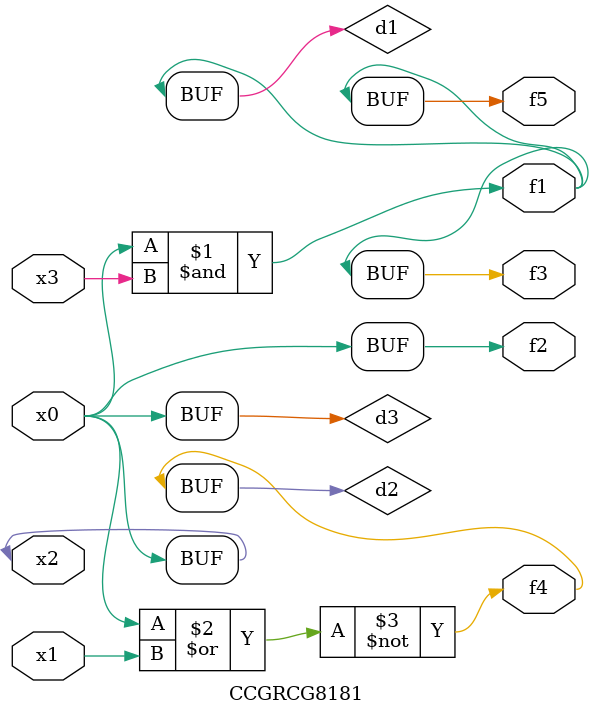
<source format=v>
module CCGRCG8181(
	input x0, x1, x2, x3,
	output f1, f2, f3, f4, f5
);

	wire d1, d2, d3;

	and (d1, x2, x3);
	nor (d2, x0, x1);
	buf (d3, x0, x2);
	assign f1 = d1;
	assign f2 = d3;
	assign f3 = d1;
	assign f4 = d2;
	assign f5 = d1;
endmodule

</source>
